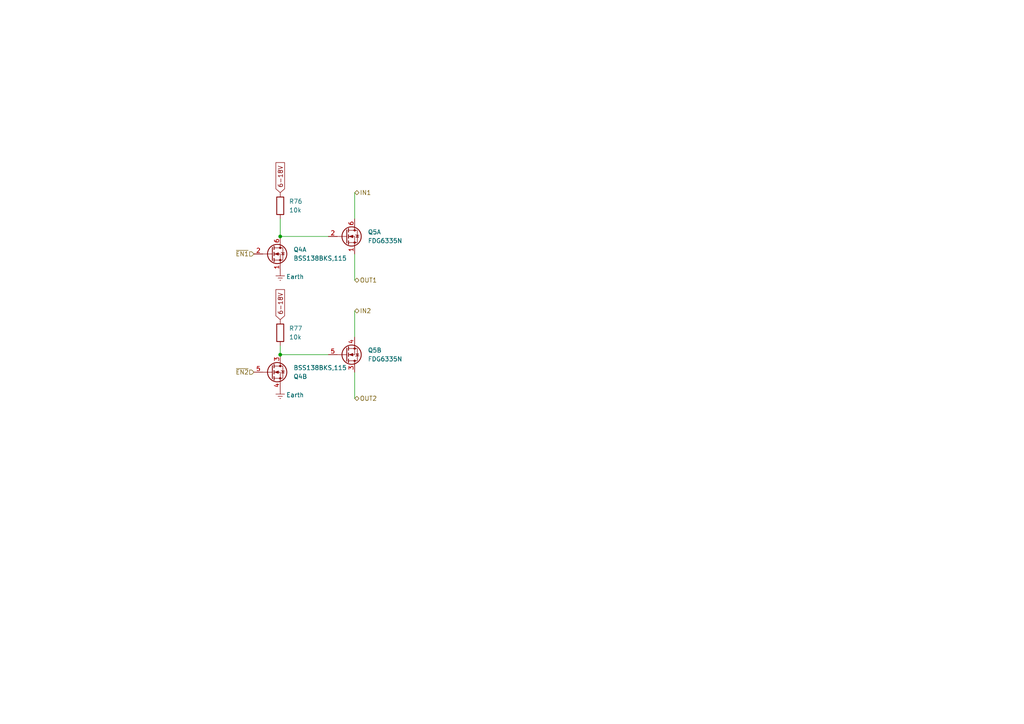
<source format=kicad_sch>
(kicad_sch (version 20231120) (generator "eeschema") (generator_version "8.0")
  (paper "A4")
  (lib_symbols
    (symbol "Device:R" (pin_numbers hide) (pin_names (offset 0))
      (property "Reference" "R" (at 2.032 0 90))
      (property "Value" "R" (at 0 0 90))
      (symbol "R_0_1"
        (rectangle (start -1.016 -2.54) (end 1.016 2.54) (stroke (width 0.254)))
      )
      (symbol "R_1_1"
        (pin passive line (at 0 3.81 270) (length 1.27) (name "~") (number "1"))
        (pin passive line (at 0 -3.81 90) (length 1.27) (name "~") (number "2"))
      )
    )
    (symbol "Transistor_FET:FDG6335N" (pin_names hide)
      (property "Reference" "Q" (at 5.08 1.905 0))
      (property "Value" "FDG6335N" (at 5.08 0 0))
      (symbol "FDG6335N_0_1"
        (polyline (pts (xy 0.254 0) (xy -2.54 0)))
        (polyline (pts (xy 0.254 1.905) (xy 0.254 -1.905)) (stroke (width 0.254)))
        (polyline (pts (xy 0.762 -1.27) (xy 0.762 -2.286)) (stroke (width 0.254)))
        (polyline (pts (xy 0.762 0.508) (xy 0.762 -0.508)) (stroke (width 0.254)))
        (polyline (pts (xy 0.762 2.286) (xy 0.762 1.27)) (stroke (width 0.254)))
        (polyline (pts (xy 2.54 2.54) (xy 2.54 1.778)))
        (polyline (pts (xy 2.54 -2.54) (xy 2.54 0) (xy 0.762 0)))
        (polyline (pts (xy 0.762 -1.778) (xy 3.302 -1.778) (xy 3.302 1.778) (xy 0.762 1.778)))
        (polyline (pts (xy 1.016 0) (xy 2.032 0.381) (xy 2.032 -0.381) (xy 1.016 0)) (fill (type outline)))
        (polyline (pts (xy 2.794 0.508) (xy 2.921 0.381) (xy 3.683 0.381) (xy 3.81 0.254)))
        (polyline (pts (xy 3.302 0.381) (xy 2.921 -0.254) (xy 3.683 -0.254) (xy 3.302 0.381)))
        (circle (center 1.651 0) (radius 2.794) (stroke (width 0.254)))
        (circle (center 2.54 -1.778) (radius 0.254) (fill (type outline)))
        (circle (center 2.54 1.778) (radius 0.254) (fill (type outline)))
      )
      (symbol "FDG6335N_1_1"
        (pin passive line (at 2.54 -5.08 90) (length 2.54) (name "S") (number "1"))
        (pin passive line (at -5.08 0 0) (length 2.54) (name "G") (number "2"))
        (pin passive line (at 2.54 5.08 270) (length 2.54) (name "D") (number "6"))
      )
      (symbol "FDG6335N_2_1"
        (pin passive line (at 2.54 5.08 270) (length 2.54) (name "D") (number "3"))
        (pin passive line (at 2.54 -5.08 90) (length 2.54) (name "S") (number "4"))
        (pin passive line (at -5.08 0 0) (length 2.54) (name "G") (number "5"))
      )
    )
    (symbol "power:Earth" (power) (pin_numbers hide) (pin_names (offset 0) hide)
      (property "Value" "Earth" (at 0 -3.81 0))
      (symbol "Earth_0_1"
        (polyline (pts (xy -0.635 -1.905) (xy 0.635 -1.905)))
        (polyline (pts (xy -0.127 -2.54) (xy 0.127 -2.54)))
        (polyline (pts (xy 0 -1.27) (xy 0 0)))
        (polyline (pts (xy 1.27 -1.27) (xy -1.27 -1.27)))
      )
      (symbol "Earth_1_1"
        (pin power_in line (at 0 0 270) (length 0) (name "~") (number "1"))
      )
    )
  )
  (junction (at 81.28 68.58))
  (junction (at 81.28 102.87))
  (wire (pts (xy 102.87 115.57) (xy 102.87 107.95)))
  (wire (pts (xy 102.87 55.88) (xy 102.87 63.5)))
  (wire (pts (xy 102.87 73.66) (xy 102.87 81.28)))
  (wire (pts (xy 81.28 68.58) (xy 95.25 68.58)))
  (wire (pts (xy 81.28 63.5) (xy 81.28 68.58)))
  (wire (pts (xy 81.28 100.33) (xy 81.28 102.87)))
  (wire (pts (xy 102.87 90.17) (xy 102.87 97.79)))
  (wire (pts (xy 81.28 102.87) (xy 95.25 102.87)))
  (global_label "6-18V" (shape input) (at 81.28 55.88 90) (property "Intersheetrefs" "${INTERSHEET_REFS}" (effects (hide yes))))
  (global_label "6-18V" (shape input) (at 81.28 92.71 90) (property "Intersheetrefs" "${INTERSHEET_REFS}" (effects (hide yes))))
  (hierarchical_label "~{EN1}" (shape input) (at 73.66 73.66 180))
  (hierarchical_label "IN1" (shape bidirectional) (at 102.87 55.88 0))
  (hierarchical_label "IN2" (shape bidirectional) (at 102.87 90.17 0))
  (hierarchical_label "~{EN2}" (shape input) (at 73.66 107.95 180))
  (hierarchical_label "OUT2" (shape bidirectional) (at 102.87 115.57 0))
  (hierarchical_label "OUT1" (shape bidirectional) (at 102.87 81.28 0))
  (symbol (lib_id "power:Earth") (at 81.28 113.03 0) (unit 1)
    (property "Reference" "#PWR0120" (effects (hide yes)))
    (property "Value" "Earth" (at 85.598 114.554 0))
    (property "Description" "Power symbol creates a global label with name \"Earth\"" (effects (hide yes)))
  )
  (symbol (lib_id "Transistor_FET:FDG6335N") (at 100.33 102.87 0) (mirror x) (unit 2)
    (property "Reference" "Q5" (at 106.68 101.5999 0) (effects (justify left)))
    (property "Value" "FDG6335N" (at 106.68 104.1399 0) (effects (justify left)))
    (property "Footprint" "Package_TO_SOT_SMD:SOT-363_SC-70-6" (effects (hide yes)))
    (property "Datasheet" "http://www.gneic.com/product/datasheet/FDG6335N-1122853.pdf" (effects (hide yes)))
    (property "Description" "0.7A Id, 20V Vds, Dual N-Channel MOSFET, 300mOhm Ron, SC-70-6" (effects (hide yes)))
  )
  (symbol (lib_id "Transistor_FET:FDG6335N") (at 78.74 107.95 0) (unit 2)
    (property "Reference" "Q4" (at 85.09 109.2201 0) (effects (justify left)))
    (property "Value" "BSS138BKS,115" (at 85.09 106.6801 0) (effects (justify left)))
    (property "Footprint" "Package_TO_SOT_SMD:SOT-363_SC-70-6" (effects (hide yes)))
    (property "Datasheet" "http://www.gneic.com/product/datasheet/FDG6335N-1122853.pdf" (effects (hide yes)))
    (property "Description" "0.7A Id, 20V Vds, Dual N-Channel MOSFET, 300mOhm Ron, SC-70-6" (effects (hide yes)))
  )
  (symbol (lib_id "Transistor_FET:FDG6335N") (at 100.33 68.58 0) (unit 1)
    (property "Reference" "Q5" (at 106.68 67.3099 0) (effects (justify left)))
    (property "Value" "FDG6335N" (at 106.68 69.8499 0) (effects (justify left)))
    (property "Footprint" "Package_TO_SOT_SMD:SOT-363_SC-70-6" (effects (hide yes)))
    (property "Datasheet" "http://www.gneic.com/product/datasheet/FDG6335N-1122853.pdf" (effects (hide yes)))
    (property "Description" "0.7A Id, 20V Vds, Dual N-Channel MOSFET, 300mOhm Ron, SC-70-6" (effects (hide yes)))
  )
  (symbol (lib_id "Device:R") (at 81.28 59.69 0) (unit 1)
    (property "Reference" "R76" (at 83.82 58.4199 0) (effects (justify left)))
    (property "Value" "10k" (at 83.82 60.9599 0) (effects (justify left)))
    (property "Description" "Resistor" (effects (hide yes)))
  )
  (symbol (lib_id "Transistor_FET:FDG6335N") (at 78.74 73.66 0) (unit 1)
    (property "Reference" "Q4" (at 85.09 72.3899 0) (effects (justify left)))
    (property "Value" "BSS138BKS,115" (at 85.09 74.9299 0) (effects (justify left)))
    (property "Footprint" "Package_TO_SOT_SMD:SOT-363_SC-70-6" (effects (hide yes)))
    (property "Datasheet" "http://www.gneic.com/product/datasheet/FDG6335N-1122853.pdf" (effects (hide yes)))
    (property "Description" "0.7A Id, 20V Vds, Dual N-Channel MOSFET, 300mOhm Ron, SC-70-6" (effects (hide yes)))
  )
  (symbol (lib_id "power:Earth") (at 81.28 78.74 0) (unit 1)
    (property "Reference" "#PWR0119" (effects (hide yes)))
    (property "Value" "Earth" (at 85.598 80.264 0))
    (property "Description" "Power symbol creates a global label with name \"Earth\"" (effects (hide yes)))
  )
  (symbol (lib_id "Device:R") (at 81.28 96.52 0) (unit 1)
    (property "Reference" "R77" (at 83.82 95.2499 0) (effects (justify left)))
    (property "Value" "10k" (at 83.82 97.7899 0) (effects (justify left)))
    (property "Description" "Resistor" (effects (hide yes)))
  )
)
</source>
